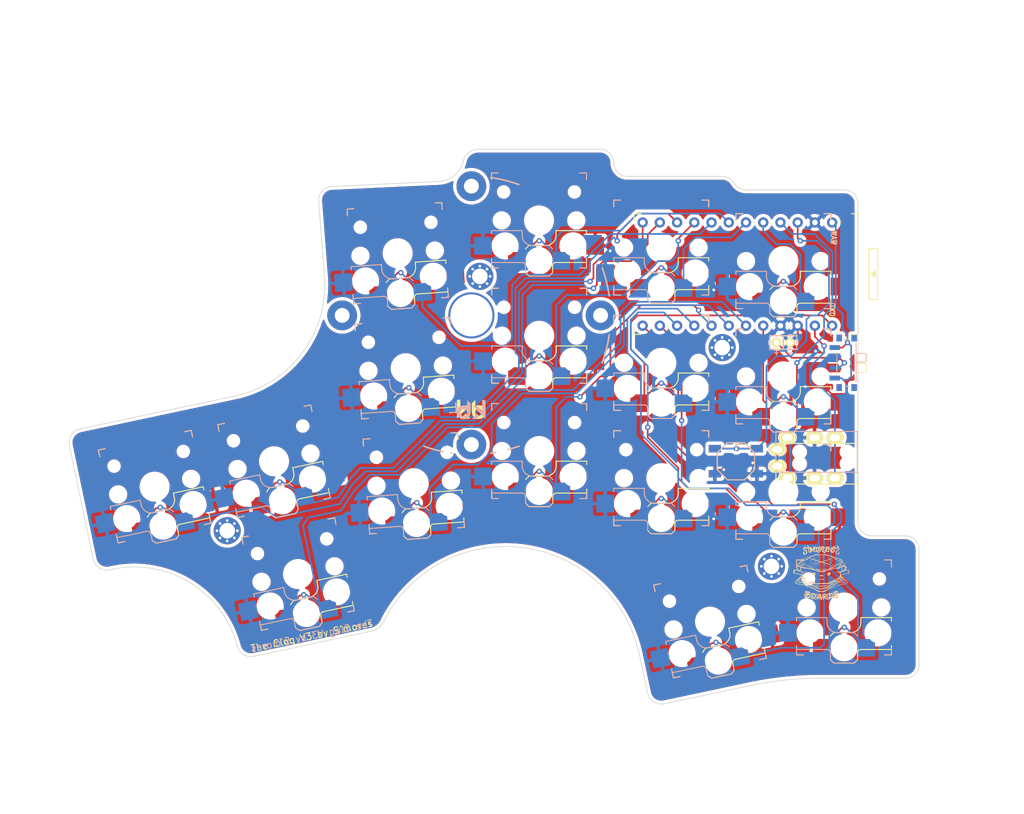
<source format=kicad_pcb>
(kicad_pcb (version 20211014) (generator pcbnew)
  (layers (0 "F.Cu" signal) (31 "B.Cu" signal) (34 "B.Paste" user) (35 "F.Paste" user) (36 "B.SilkS" user "B.Silkscreen") (37 "F.SilkS" user "F.Silkscreen") (38 "B.Mask" user) (39 "F.Mask" user) (44 "Edge.Cuts" user))
  (net 0 "")
  (net 1 "BAT+")
  (net 2 "GND")
  (net 3 "SERIAL")
  (net 4 "K5")
  (net 5 "K10")
  (net 6 "K1")
  (net 7 "K6")
  (net 8 "K11")
  (net 9 "K2")
  (net 10 "K7")
  (net 11 "K12")
  (net 12 "K3")
  (net 13 "K8")
  (net 14 "K13")
  (net 15 "K15")
  (net 16 "K4")
  (net 17 "K9")
  (net 18 "K14")
  (net 19 "K16")
  (net 20 "VCC")
  (net 22 "RESET")
  (net 23 "RAW")
  (net 24 "unconnected-(J0-PadA)")
  (net 26 "K17")
  (footprint "footprints:choc-switch-socket-only" (layer "F.Cu") (at 134.774999 107.000003 4)
    (fp_text reference "SW12" hide)
    (fp_text value "SW_Push" hide)
  )
  (footprint "footprints:choc-switch-socket-only" (layer "F.Cu") (at 153.275 85.25)
    (fp_text reference "SW8" hide)
    (fp_text value "SW_Push" hide)
  )
  (footprint "footprints:m2-hole" (layer "F.Cu") (at 180.25 87)
    (fp_text reference "Ref**" hide)
    (fp_text value "Val**" hide)
  )
  (footprint "footprints:m2-hole" (layer "F.Cu") (at 144.524999 76.500002)
    (fp_text reference "Ref**" hide)
    (fp_text value "Val**" hide)
  )
  (footprint "footprints:m2-hole" (layer "F.Cu") (at 187.524999 119.250002)
    (fp_text reference "Ref**" hide)
    (fp_text value "Val**" hide)
  )
  (footprint "art:smores" (layer "F.Cu") (at 194.5 120.5)
    (fp_text reference "G***" hide)
    (fp_text value "LOGO" hide)
  )
  (footprint "footprints:m2-hole" (layer "F.Cu") (at 107.274999 114.000002)
    (fp_text reference "Ref**" hide)
    (fp_text value "Val**" hide)
  )
  (footprint "footprints:single-pin" (layer "F.Cu") (at 188.274999 86.250002)
    (fp_text reference "+1" hide)
    (fp_text value "MountingHole_Pad" hide)
  )
  (footprint "footprints:power-switch" (layer "F.Cu") (at 198.274999 89.250002 90)
    (fp_text reference "SW19" hide)
    (fp_text value "SW_SPDT" hide)
  )
  (footprint "footprints:choc-switch-socket-only" (layer "F.Cu") (at 153.25 68.25)
    (fp_text reference "SW2" hide)
    (fp_text value "SW_Push" hide)
  )
  (footprint "footprints:pro-micro" (layer "F.Cu") (at 181.986245 76.159548 -90)
    (fp_text reference "U1" hide)
    (fp_text value "ProMicro_r" hide)
  )
  (footprint "footprints:single-pin" (layer "F.Cu") (at 190.274999 86.250002)
    (fp_text reference "-1" hide)
    (fp_text value "MountingHole_Pad" hide)
  )
  (footprint "footprints:choc-switch-socket-only" (layer "F.Cu") (at 171.274998 72.250003)
    (fp_text reference "SW3" hide)
    (fp_text value "SW_Push" hide)
  )
  (footprint "footprints:choc-switch-socket-only" (layer "F.Cu") (at 114.181004 103.760558 12)
    (fp_text reference "SW6" hide)
    (fp_text value "SW_Push" hide)
  )
  (footprint "footprints:choc-switch-socket-only" (layer "F.Cu") (at 133.589137 90.041413 4)
    (fp_text reference "SW7" hide)
    (fp_text value "SW_Push" hide)
  )
  (footprint "footprints:choc-switch-socket-only" (layer "F.Cu") (at 171.274999 106.250002)
    (fp_text reference "SW14" hide)
    (fp_text value "SW_Push" hide)
  )
  (footprint "footprints:choc-switch-socket-only" (layer "F.Cu") (at 132.403277 73.082825 4)
    (fp_text reference "SW1" hide)
    (fp_text value "SW_Push" hide)
  )
  (footprint "footprints:choc-switch-socket-only" (layer "F.Cu") (at 171.275 89.25)
    (fp_text reference "SW9" hide)
    (fp_text value "SW_Push" hide)
  )
  (footprint "footprints:choc-switch-socket-only" (layer "F.Cu") (at 198.211248 125.30955)
    (fp_text reference "SW17" hide)
    (fp_text value "SW_Push" hide)
  )
  (footprint "footprints:choc-switch-socket-only" (layer "F.Cu") (at 153.274997 102.25)
    (fp_text reference "SW13" hide)
    (fp_text value "SW_Push" hide)
  )
  (footprint "footprints:choc-switch-socket-only" (layer "F.Cu") (at 189.274997 108.25)
    (fp_text reference "SW15" hide)
    (fp_text value "SW_Push" hide)
  )
  (footprint "footprints:reset-switch-4pin" (layer "F.Cu") (at 182.274999 103.750002)
    (fp_text reference "SW18" hide)
    (fp_text value "SW_Push" hide)
  )
  (footprint "footprints:choc-switch-socket-only" (layer "F.Cu") (at 96.574352 107.502969 12)
    (fp_text reference "SW5" hide)
    (fp_text value "SW_Push" hide)
  )
  (footprint "footprints:choc-switch-socket-only" (layer "F.Cu") (at 189.274999 74.250002)
    (fp_text reference "SW4" hide)
    (fp_text value "SW_Push" hide)
  )
  (footprint "footprints:tenting-puck" (layer "F.Cu") (at 143.274999 82.250002)
    (fp_text reference "REF**" hide)
    (fp_text value "Tenting Puck" hide)
  )
  (footprint "footprints:trrs" (layer "F.Cu") (at 200.174999 104.125002 -90)
    (fp_text reference "J0" hide)
    (fp_text value "AudioJack4dpb" hide)
  )
  (footprint "footprints:choc-switch-socket-only" (layer "F.Cu") (at 178.461246 127.40955 12)
    (fp_text reference "SW16" hide)
    (fp_text value "SW_Push" hide)
  )
  (footprint "footprints:choc-switch-socket-only" (layer "F.Cu") (at 189.274998 91.250002)
    (fp_text reference "SW10" hide)
    (fp_text value "SW_Push" hide)
  )
  (footprint "footprints:choc-switch-socket-only" (layer "F.Cu") (at 117.715506 120.389069 12)
    (fp_text reference "SW11" hide)
    (fp_text value "SW_Push" hide)
  )
  (footprint "footprints:power-switch" (layer "B.Cu") (at 198.274999 89.250002 -90)
    (fp_text reference "SW20" hide)
    (fp_text value "SW_SPDT" hide)
  )
  (footprint "footprints:reset-switch-4pin" (layer "B.Cu") (at 182.274999 103.750002 180)
    (fp_text reference "SW21" hide)
    (fp_text value "SW_Push" hide)
  )
  (footprint "art:smores" (layer "B.Cu") (at 195.25 120.5 180)
    (fp_text reference "G***" hide)
    (fp_text value "LOGO" hide)
  )
  (gr_arc (start 162.274999 57.750002) (mid 163.689213 58.335788) (end 164.274999 59.750002) (layer "Edge.Cuts") (width 0.1))
  (gr_arc (start 90.024999 119.750001) (mid 88.46434 119.517768) (end 87.525 118.250002) (layer "Edge.Cuts") (width 0.1))
  (gr_line (start 180.274999 61.750002) (end 166.274999 61.750002) (layer "Edge.Cuts") (width 0.1))
  (gr_line (start 122.524999 63.250002) (end 138.5 62.5) (layer "Edge.Cuts") (width 0.1))
  (gr_arc (start 142.024998 59.750002) (mid 140.696838 61.681745) (end 138.5 62.5) (layer "Edge.Cuts") (width 0.1))
  (gr_line (start 209.274999 116.750002) (end 209.274999 133.750002) (layer "Edge.Cuts") (width 0.1))
  (gr_arc (start 130.524999 127.000002) (mid 129.856558 128.081561) (end 128.774999 128.750002) (layer "Edge.Cuts") (width 0.1))
  (gr_line (start 111.274999 132.500002) (end 128.774999 128.750002) (layer "Edge.Cuts") (width 0.1))
  (gr_line (start 207.274999 135.750002) (end 194.25 135.75) (layer "Edge.Cuts") (width 0.1))
  (gr_arc (start 180.274999 61.750002) (mid 181.278853 62.020182) (end 182.011485 62.757724) (layer "Edge.Cuts") (width 0.1))
  (gr_arc (start 198.274999 63.750002) (mid 199.689213 64.335788) (end 200.274999 65.750002) (layer "Edge.Cuts") (width 0.1))
  (gr_line (start 109.024999 94.000002) (end 85.524999 99.000002) (layer "Edge.Cuts") (width 0.1))
  (gr_line (start 200.274999 65.750002) (end 200.274999 112.750002) (layer "Edge.Cuts") (width 0.1))
  (gr_arc (start 183.774999 63.750002) (mid 182.763243 63.484901) (end 182.011485 62.757724) (layer "Edge.Cuts") (width 0.1))
  (gr_line (start 162.274999 57.750002) (end 144.274999 57.750002) (layer "Edge.Cuts") (width 0.1))
  (gr_arc (start 121.649999 76.875002) (mid 118.397375 87.693323) (end 109.024999 94.000002) (layer "Edge.Cuts") (width 0.1))
  (gr_line (start 84.024999 101.500002) (end 87.524999 118.250002) (layer "Edge.Cuts") (width 0.1))
  (gr_line (start 120.774999 65.500002) (end 121.649999 76.875002) (layer "Edge.Cuts") (width 0.1))
  (gr_line (start 184.75 136.75) (end 171.774999 139.500002) (layer "Edge.Cuts") (width 0.1))
  (gr_arc (start 171.774999 139.500001) (mid 170.21434 139.267768) (end 169.275 138.000002) (layer "Edge.Cuts") (width 0.1))
  (gr_arc (start 90.024999 119.750002) (mid 101.673057 121.586572) (end 108.775 131.000002) (layer "Edge.Cuts") (width 0.1))
  (gr_line (start 202.274999 114.750002) (end 207.274999 114.750002) (layer "Edge.Cuts") (width 0.1))
  (gr_arc (start 202.274999 114.750002) (mid 200.860785 114.164216) (end 200.274999 112.750002) (layer "Edge.Cuts") (width 0.1))
  (gr_arc (start 142.024999 59.750002) (mid 142.7698 58.322278) (end 144.274999 57.750002) (layer "Edge.Cuts") (width 0.1))
  (gr_arc (start 209.274999 133.750002) (mid 208.689213 135.164216) (end 207.274999 135.750002) (layer "Edge.Cuts") (width 0.1))
  (gr_arc (start 207.274999 114.750002) (mid 208.689213 115.335788) (end 209.274999 116.750002) (layer "Edge.Cuts") (width 0.1))
  (gr_arc (start 184.75 136.75) (mid 189.476623 136.027915) (end 194.25 135.75) (layer "Edge.Cuts") (width 0.1))
  (gr_arc (start 111.274999 132.500001) (mid 109.71434 132.267768) (end 108.775 131.000002) (layer "Edge.Cuts") (width 0.1))
  (gr_line (start 198.274999 63.750002) (end 183.774999 63.750002) (layer "Edge.Cuts") (width 0.1))
  (gr_arc (start 130.524999 127.000002) (mid 151.168958 116.526814) (end 168.069098 132.345981) (layer "Edge.Cuts") (width 0.1))
  (gr_arc (start 120.774999 65.500002) (mid 121.184009 64.012565) (end 122.524999 63.250002) (layer "Edge.Cuts") (width 0.1))
  (gr_line (start 169.274999 138.000002) (end 168.069098 132.345981) (layer "Edge.Cuts") (width 0.1))
  (gr_arc (start 84.025 101.500002) (mid 84.257232 99.939342) (end 85.524999 99.000002) (layer "Edge.Cuts") (width 0.1))
  (gr_arc (start 166.274999 61.750002) (mid 164.860785 61.164216) (end 164.274999 59.750002) (layer "Edge.Cuts") (width 0.1))
  (gr_text "+" (at 188.25 87.75) (layer "B.SilkS") (effects (font (size 0.75 0.67) (thickness 0.125)) (justify mirror)))
  (gr_text "RAW" (at 196.75 70.75 270) (layer "B.SilkS") (effects (font (size 0.75 0.67) (thickness 0.125)) (justify mirror)))
  (gr_text "The Clog V3 by S'mores" (at 119.75 129.5 12) (layer "B.SilkS") (effects (font (size 1 1)) (justify mirror)))
  (gr_text "-" (at 190.25 87.75) (layer "B.SilkS") (effects (font (size 0.75 0.67) (thickness 0.125)) (justify mirror)))
  (gr_text "-" (at 190.25 87.75) (layer "F.SilkS") (effects (font (size 0.75 0.67) (thickness 0.125))))
  (gr_text "The Clog V3 by S'mores" (at 119.75 129.5 12) (layer "F.SilkS") (effects (font (size 1 1))))
  (gr_text "+" (at 188.25 87.75) (layer "F.SilkS") (effects (font (size 0.75 0.67) (thickness 0.125))))
  (segment (start 197.524999 88.500002) (end 198.274999 89.250002) (width 0.25) (layer "F.Cu") (net 1))
  (segment (start 196.844999 88.500002) (end 197.524999 88.500002) (width 0.25) (layer "F.Cu") (net 1))
  (segment (start 190.524999 88.500002) (end 188.274999 86.250002) (width 0.25) (layer "F.Cu") (net 1))
  (segment (start 196.844999 88.500002) (end 190.524999 88.500002) (width 0.25) (layer "F.Cu") (net 1))
  (via (at 198.274999 89.250002) (size 0.8) (drill 0.4) (layers "F.Cu" "B.Cu") (net 1))
  (segment (start 198.274999 89.250002) (end 197.524999 90.000002) (width 0.25) (layer "B.Cu") (net 1))
  (segment (start 197.524999 90.000002) (end 196.844999 90.000002) (width 0.25) (layer "B.Cu") (net 1))
  (segment (start 191.384245 83.770948) (end 191.384245 84.884245) (width 0.25) (layer "F.Cu") (net 2))
  (segment (start 179.549999 110.000002) (end 179.549999 111.700001) (width 0.25) (layer "F.Cu") (net 2))
  (segment (start 185.374999 105.600002) (end 185.374999 104.624999) (width 0.25) (layer "F.Cu") (net 2))
  (segment (start 195.299996 92.75) (end 197.549998 95.000002) (width 0.25) (layer "F.Cu") (net 2))
  (segment (start 179.549998 77.950002) (end 179 78.5) (width 0.25) (layer "F.Cu") (net 2))
  (segment (start 191.384245 84.884245) (end 194.0248 87.5248) (width 0.25) (layer "F.Cu") (net 2))
  (segment (start 180.5 105) (end 179.775001 105) (width 0.25) (layer "F.Cu") (net 2))
  (segment (start 179.775001 105) (end 179.174999 105.600002) (width 0.25) (layer "F.Cu") (net 2))
  (segment (start 192.5 92.75) (end 195.299996 92.75) (width 0.25) (layer "F.Cu") (net 2))
  (segment (start 163 72) (end 163.75 72.75) (width 0.25) (layer "F.Cu") (net 2))
  (segment (start 185.374999 104.624999) (end 184.75 104) (width 0.25) (layer "F.Cu") (net 2))
  (segment (start 179.549998 76.000003) (end 179.549998 77.950002) (width 0.25) (layer "F.Cu") (net 2))
  (segment (start 161.525 72) (end 163 72) (width 0.25) (layer "F.Cu") (net 2))
  (segment (start 179.549999 111.700001) (end 179 112.25) (width 0.25) (layer "F.Cu") (net 2))
  (via (at 192.5 92.75) (size 0.8) (drill 0.4) (layers "F.Cu" "B.Cu") (net 2))
  (via (at 179 112.25) (size 0.8) (drill 0.4) (layers "F.Cu" "B.Cu") (net 2))
  (via (at 163.75 72.75) (size 0.8) (drill 0.4) (layers "F.Cu" "B.Cu") (net 2))
  (via (at 184.75 104) (size 0.8) (drill 0.4) (layers "F.Cu" "B.Cu") (net 2))
  (via (at 180.5 105) (size 0.8) (drill 0.4) (layers "F.Cu" "B.Cu") (net 2))
  (via (at 179 78.5) (size 0.8) (drill 0.4) (layers "F.Cu" "B.Cu") (net 2))
  (via (at 194.0248 87.5248) (size 0.8) (drill 0.4) (layers "F.Cu" "B.Cu") (net 2))
  (segment (start 179.174999 105.600002) (end 185.374999 105.600002) (width 0.25) (layer "B.Cu") (net 2))
  (segment (start 179.174999 105.600002) (end 179.899998 105.600002) (width 0.25) (layer "B.Cu") (net 2))
  (segment (start 180.500001 78.5) (end 180.999999 78.000002) (width 0.25) (layer "B.Cu") (net 2))
  (segment (start 179 112.25) (end 180.749997 112.25) (width 0.25) (layer "B.Cu") (net 2))
  (segment (start 180.749997 112.25) (end 180.999997 112) (width 0.25) (layer "B.Cu") (net 2))
  (segment (start 162.999998 73.500002) (end 162.999998 76.000003) (width 0.25) (layer "B.Cu") (net 2))
  (segment (start 163.75 72.75) (end 162.999998 73.500002) (width 0.25) (layer "B.Cu") (net 2))
  (segment (start 184.75 104) (end 184.75 104.975003) (width 0.25) (layer "B.Cu") (net 2))
  (segment (start 194.0248 87.5248) (end 192.5 89.0496) (width 0.25) (layer "B.Cu") (net 2))
  (segment (start 179 78.5) (end 180.500001 78.5) (width 0.25) (layer "B.Cu") (net 2))
  (segment (start 192.5 89.0496) (end 192.5 92.75) (width 0.25) (layer "B.Cu") (net 2))
  (segment (start 184.75 104.975003) (end 185.374999 105.600002) (width 0.25) (layer "B.Cu") (net 2))
  (segment (start 179.899998 105.600002) (end 180.5 105) (width 0.25) (layer "B.Cu") (net 2))
  (segment (start 193.924245 85.399248) (end 193.924245 83.770948) (width 0.25) (layer "F.Cu") (net 3))
  (segment (start 195.274999 86.750002) (end 193.924245 85.399248) (width 0.25) (layer "F.Cu") (net 3))
  (via (at 195.274999 86.750002) (size 0.8) (drill 0.4) (layers "F.Cu" "B.Cu") (net 3))
  (segment (start 194.774999 92.750002) (end 193.774999 92.750002) (width 0.25) (layer "B.Cu") (net 3))
  (segment (start 196.874999 94.850002) (end 194.774999 92.750002) (width 0.25) (layer "B.Cu") (net 3))
  (segment (start 193.774999 92.750002) (end 193.274999 92.250002) (width 0.25) (layer "B.Cu") (net 3))
  (segment (start 193.274999 92.250002) (end 193.274999 90.250002) (width 0.25) (layer "B.Cu") (net 3))
  (segment (start 193.274999 89.750002) (end 195.274999 87.750002) (width 0.25) (layer "B.Cu") (net 3))
  (segment (start 193.274999 90.250002) (end 193.274999 89.750002) (width 0.25) (layer "B.Cu") (net 3))
  (segment (start 196.874999 106.225002) (end 196.874999 100.275002) (width 0.25) (layer "B.Cu") (net 3))
  (segment (start 196.874999 100.275002) (end 196.874999 94.850002) (width 0.25) (layer "B.Cu") (net 3))
  (segment (start 195.274999 87.750002) (end 195.274999 86.750002) (width 0.25) (layer "B.Cu") (net 3))
  (segment (start 169.274999 70.340194) (end 171.064245 68.550948) (width 0.25) (layer "F.Cu") (net 4))
  (segment (start 96.755214 110.697427) (end 97.406918 110.558904) (width 0.25) (layer "F.Cu") (net 4))
  (segment (start 161.274999 78.250002) (end 161.774999 77.750002) (width 0.25) (layer "F.Cu") (net 4))
  (segment (start 162.774999 74.250002) (end 166.774999 74.250002) (width 0.25) (layer "F.Cu") (net 4))
  (segment (start 161.774999 77.750002) (end 161.774999 75.250002) (width 0.25) (layer "F.Cu") (net 4))
  (segment (start 166.774999 74.250002) (end 169.274999 71.750002) (width 0.25) (layer "F.Cu") (net 4))
  (segment (start 94.607993 114.003859) (end 96.755214 110.697427) (width 0.25) (layer "F.Cu") (net 4))
  (segment (start 161.774999 75.250002) (end 162.774999 74.250002) (width 0.25) (layer "F.Cu") (net 4))
  (segment (start 169.274999 71.750002) (end 169.274999 70.340194) (width 0.25) (layer "F.Cu") (net 4))
  (via (at 161.274999 78.250002) (size 0.8) (drill 0.4) (layers "F.Cu" "B.Cu") (net 4))
  (via (at 97.406918 110.558904) (size 0.8) (drill 0.4) (layers "F.Cu" "B.Cu") (net 4))
  (segment (start 111.962047 110.31514) (end 114.585912 112.019098) (width 0.25) (layer "B.Cu") (net 4))
  (segment (start 125.803904 107.07879) (end 127.632692 105.250002) (width 0.25) (layer "B.Cu") (net 4))
  (segment (start 101.014861 112.642037) (end 111.962047 110.31514) (width 0.25) (layer "B.Cu") (net 4))
  (segment (start 144.274999 98.250002) (end 147.774999 94.750002) (width 0.25) (layer "B.Cu") (net 4))
  (segment (start 97.708429 110.494815) (end 101.014861 112.642037) (width 0.25) (layer "B.Cu") (net 4))
  (segment (start 151.274999 91.250002) (end 151.274999 87.250002) (width 0.25) (layer "B.Cu") (net 4))
  (segment (start 150.774999 86.750002) (end 150.774999 79.250002) (width 0.25) (layer "B.Cu") (net 4))
  (segment (start 159.774999 77.750002) (end 160.274999 78.250002) (width 0.25) (layer "B.Cu") (net 4))
  (segment (start 152.274999 77.750002) (end 159.774999 77.750002) (width 0.25) (layer "B.Cu") (net 4))
  (segment (start 114.585912 112.019098) (end 123.878315 110.043937) (width 0.25) (layer "B.Cu") (net 4))
  (segment (start 150.774999 79.250002) (end 152.274999 77.750002) (width 0.25) (layer "B.Cu") (net 4))
  (segment (start 127.632692 105.250002) (end 132.274999 105.250002) (width 0.25) (layer "B.Cu") (net 4))
  (segment (start 97.406918 110.558904) (end 97.708429 110.494815) (width 0.25) (layer "B.Cu") (net 4))
  (segment (start 123.878315 110.043937) (end 125.803904 107.07879) (width 0.25) (layer "B.Cu") (net 4))
  (segment (start 160.274999 78.250002) (end 161.274999 78.250002) (width 0.25) (layer "B.Cu") (net 4))
  (segment (start 147.774999 94.750002) (end 151.274999 91.250002) (width 0.25) (layer "B.Cu") (net 4))
  (segment (start 139.274999 98.250002) (end 144.274999 98.250002) (width 0.25) (layer "B.Cu") (net 4))
  (segment (start 151.274999 87.250002) (end 150.774999 86.750002) (width 0.25) (layer "B.Cu") (net 4))
  (segment (start 132.274999 105.250002) (end 139.274999 98.250002) (width 0.25) (layer "B.Cu") (net 4))
  (segment (start 186.774999 96.425001) (end 186.774999 95.250002) (width 0.25) (layer "F.Cu") (net 5))
  (segment (start 186.774999 95.250002) (end 186.304245 94.779248) (width 0.25) (layer "F.Cu") (net 5))
  (segment (start 186.304245 94.779248) (end 186.304245 83.770948) (width 0.25) (layer "F.Cu") (net 5))
  (segment (start 185.999998 97.200002) (end 188.949998 94.250002) (width 0.25) (layer "F.Cu") (net 5))
  (segment (start 185.999998 97.200002) (end 186.774999 96.425001) (width 0.25) (layer "F.Cu") (net 5))
  (segment (start 188.949998 94.250002) (end 189.274999 94.250002) (width 0.25) (layer "F.Cu") (net 5))
  (via (at 189.274999 94.250002) (size 0.8) (drill 0.4) (layers "F.Cu" "B.Cu") (net 5))
  (segment (start 189.274999 94.250002) (end 189.599998 94.250002) (width 0.25) (layer "B.Cu") (net 5))
  (segment (start 189.599998 94.250002) (end 192.549998 97.200002) (width 0.25) (layer "B.Cu") (net 5))
  (segment (start 129.551306 79.246784) (end 132.389312 75.982032) (width 0.25) (layer "F.Cu") (net 6))
  (segment (start 132.389312 75.982032) (end 132.86313 75.948899) (width 0.25) (layer "F.Cu") (net 6))
  (via (at 132.86313 75.948899) (size 0.8) (drill 0.4) (layers "F.Cu" "B.Cu") (net 6))
  (segment (start 148.274999 86.750002) (end 149.274999 85.750002) (width 0.25) (layer "B.Cu") (net 6))
  (segment (start 149.274999 84.750002) (end 149.274999 77.750002) (width 0.25) (layer "B.Cu") (net 6))
  (segment (start 160.274999 75.250002) (end 160.274999 73.750002) (width 0.25) (layer "B.Cu") (net 6))
  (segment (start 176.985191 70.250002) (end 178.684245 68.550948) (width 0.25) (layer "B.Cu") (net 6))
  (segment (start 150.774999 76.250002) (end 159.274999 76.250002) (width 0.25) (layer "B.Cu") (net 6))
  (segment (start 141.774999 86.750002) (end 148.274999 86.750002) (width 0.25) (layer "B.Cu") (net 6))
  (segment (start 136.08535 81.060353) (end 141.774999 86.750002) (width 0.25) (layer "B.Cu") (net 6))
  (segment (start 160.274999 73.750002) (end 163.774999 70.250002) (width 0.25) (layer "B.Cu") (net 6))
  (segment (start 163.774999 70.250002) (end 176.985191 70.250002) (width 0.25) (layer "B.Cu") (net 6))
  (segment (start 149.274999 85.750002) (end 149.274999 84.750002) (width 0.25) (layer "B.Cu") (net 6))
  (segment (start 149.274999 77.750002) (end 150.774999 76.250002) (width 0.25) (layer "B.Cu") (net 6))
  (segment (start 132.86313 75.948899) (end 132.866104 75.99143) (width 0.25) (layer "B.Cu") (net 6))
  (segment (start 136.08535 78.789879) (end 136.08535 81.060353) (width 0.25) (layer "B.Cu") (net 6))
  (segment (start 132.866104 75.99143) (end 136.085351 78.789879) (width 0.25) (layer "B.Cu") (net 6))
  (segment (start 159.274999 76.250002) (end 160.274999 75.250002) (width 0.25) (layer "B.Cu") (net 6))
  (segment (start 161.274999 74.750002) (end 162.274999 73.750002) (width 0.25) (layer "F.Cu") (net 7))
  (segment (start 112.214647 110.261447) (end 114.361867 106.955017) (width 0.25) (layer "F.Cu") (net 7))
  (segment (start 162.274999 73.750002) (end 166.274999 73.750002) (width 0.25) (layer "F.Cu") (net 7))
  (segment (start 160.774999 77.250002) (end 161.274999 76.750002) (width 0.25) (layer "F.Cu") (net 7))
  (segment (start 161.274999 76.750002) (end 161.274999 74.750002) (width 0.25) (layer "F.Cu") (net 7))
  (segment (start 168.524245 71.500756) (end 168.524245 68.550948) (width 0.25) (layer "F.Cu") (net 7))
  (segment (start 114.361867 106.955017) (end 115.013575 106.816492) (width 0.25) (layer "F.Cu") (net 7))
  (segment (start 166.274999 73.750002) (end 168.524245 71.500756) (width 0.25) (layer "F.Cu") (net 7))
  (via (at 115.013575 106.816492) (size 0.8) (drill 0.4) (layers "F.Cu" "B.Cu") (net 7))
  (via (at 160.774999 77.250002) (size 0.8) (drill 0.4) (layers "F.Cu" "B.Cu") (net 7))
  (segment (start 131.774999 104.750002) (end 138.774999 97.750002) (width 0.25) (layer "B.Cu") (net 7))
  (segment (start 120.05932 109.83335) (end 123.670402 109.06579) (width 0.25) (layer "B.Cu") (net 7))
  (segment (start 126.946633 104.750002) (end 131.774999 104.750002) (width 0.25) (layer "B.Cu") (net 7))
  (segment (start 123.670402 109.06579) (end 125.595993 106.100642) (width 0.25) (layer "B.Cu") (net 7))
  (segment (start 150.274999 78.750002) (end 151.774999 77.250002) (width 0.25) (layer "B.Cu") (net 7))
  (segment (start 115.013575 106.816492) (end 115.315084 106.752405) (width 0.25) (layer "B.Cu") (net 7))
  (segment (start 151.774999 77.250002) (end 160.774999 77.250002) (width 0.25) (layer "B.Cu") (net 7))
  (segment (start 125.595993 106.100642) (end 126.946633 104.750002) (width 0.25) (layer "B.Cu") (net 7))
  (segment (start 150.274999 87.250002) (end 150.274999 78.750002) (width 0.25) (layer "B.Cu") (net 7))
  (segment (start 147.774999 93.750002) (end 150.774999 90.750002) (width 0.25) (layer "B.Cu") (net 7))
  (segment (start 115.315084 106.752405) (end 120.05932 109.83335) (width 0.25) (layer "B.Cu") (net 7))
  (segment (start 138.774999 97.750002) (end 143.774999 97.750002) (width 0.25) (layer "B.Cu") (net 7))
  (segment (start 150.774999 87.750002) (end 150.274999 87.250002) (width 0.25) (layer "B.Cu") (net 7))
  (segment (start 150.774999 90.750002) (end 150.774999 87.750002) (width 0.25) (layer "B.Cu") (net 7))
  (segment (start 143.774999 97.750002) (end 147.774999 93.750002) (width 0.25) (layer "B.Cu") (net 7))
  (segment (start 117.896368 123.583526) (end 118.548074 123.445002) (width 0.25) (layer "F.Cu") (net 8))
  (segment (start 115.749147 126.889957) (end 117.896368 123.583526) (width 0.25) (layer "F.Cu") (net 8))
  (via (at 118.548074 123.445002) (size 0.8) (drill 0.4) (layers "F.Cu" "B.Cu") (net 8))
  (segment (start 119.195488 112.061643) (end 124.086225 111.022085) (width 0.25) (layer "B.Cu") (net 8))
  (segment (start 180.243299 80.250002) (end 183.764245 83.770948) (width 0.25) (layer "B.Cu") (net 8))
  (segment (start 158.274999 93.250002) (end 165.274999 86.250002) (width 0.25) (layer "B.Cu") (net 8))
  (segment (start 118.425252 113.247703) (end 119.195488 112.061643) (width 0.25) (layer "B.Cu") (net 8))
  (segment (start 132.774999 105.750002) (end 139.774999 98.750002) (width 0.25) (layer "B.Cu") (net 8))
  (segment (start 165.274999 86.250002) (end 165.274999 81.750002) (width 0.25) (layer "B.Cu") (net 8))
  (segment (start 128.318751 105.750002) (end 132.774999 105.750002) (width 0.25) (layer "B.Cu") (net 8))
  (segment (start 150.274999 93.250002) (end 158.274999 93.250002) (width 0.25) (layer "B.Cu") (net 8))
  (segment (start 165.274999 81.750002) (end 166.774999 80.250002) (width 0.25) (layer "B.Cu") (net 8))
  (segment (start 139.774999 98.750002) (end 144.774999 98.750002) (width 0.25) (layer "B.Cu") (net 8))
  (segment (start 124.086225 111.022085) (end 126.011816 108.056937) (width 0.25) (layer "B.Cu") (net 8))
  (segment (start 118.548074 123.445002) (end 118.849583 123.380914) (width 0.25) (layer "B.Cu") (net 8))
  (segment (start 166.774999 80.250002) (end 180.243299 80.250002) (width 0.25) (layer "B.Cu") (net 8))
  (segment (start 120.856105 124.683964) (end 118.425252 113.247703) (width 0.25) (layer "B.Cu") (net 8))
  (segment (start 126.011816 108.056937) (end 128.318751 105.750002) (width 0.25) (layer "B.Cu") (net 8))
  (segment (start 118.849583 123.380914) (end 120.856105 124.683964) (width 0.25) (layer "B.Cu") (net 8))
  (segment (start 144.774999 98.750002) (end 150.274999 93.250002) (width 0.25) (layer "B.Cu") (net 8))
  (segment (start 149.999997 74.200001) (end 152.949996 71.250002) (width 0.25) (layer "F.Cu") (net 9))
  (segment (start 152.949996 71.250002) (end 153.274999 71.250002) (width 0.25) (layer "F.Cu") (net 9))
  (via (at 153.274999 71.250002) (size 0.8) (drill 0.4) (layers "F.Cu" "B.Cu") (net 9))
  (segment (start 165.274999 69.750002) (end 167.774999 67.250002) (width 0.25) (layer "B.Cu") (net 9))
  (segment (start 153.274999 71.250002) (end 153.599998 71.250002) (width 0.25) (layer "B.Cu") (net 9))
  (segment (start 179.923299 67.250002) (end 181.224245 68.550948) (width 0.25) (layer "B.Cu") (net 9))
  (segment (start 155.774999 73.425003) (end 155.774999 70.750002) (width 0.25) (layer "B.Cu") (net 9))
  (segment (start 156.549997 74.200001) (end 155.774999 73.425003) (width 0.25) (layer "B.Cu") (net 9))
  (segment (start 155.774999 70.750002) (end 156.774999 69.750002) (width 0.25) (layer "B.Cu") (net 9))
  (segment (start 167.774999 67.250002) (end 179.923299 67.250002) (width 0.25) (layer "B.Cu") (net 9))
  (segment (start 153.599998 71.250002) (end 156.549997 74.200001) (width 0.25) (layer "B.Cu") (net 9))
  (segment (start 156.774999 69.750002) (end 165.274999 69.750002) (width 0.25) (layer "B.Cu") (net 9))
  (segment (start 164.774999 70.250002) (end 167.774999 67.250002) (width 0.25) (layer "F.Cu") (net 10))
  (segment (start 133.575171 92.940621) (end 134.04899 92.907488) (width 0.25) (layer "F.Cu") (net 10))
  (segment (start 164.774999 71.250002) (end 164.774999 70.250002) (width 0.25) (layer "F.Cu") (net 10))
  (segment (start 167.774999 67.250002) (end 172.303299 67.250002) (width 0.25) (layer "F.Cu") (net 10))
  (segment (start 130.737166 96.205372) (end 133.575171 92.940621) (width 0.25) (layer "F.Cu") (net 10))
  (segment (start 172.303299 67.250002) (end 173.604245 68.550948) (width 0.25) (layer "F.Cu") (net 10))
  (via (at 134.04899 92.907488) (size 0.8) (drill 0.4) (layers "F.Cu" "B.Cu") (net 10))
  (via (at 164.774999 71.250002) (size 0.8) (drill 0.4) (layers "F.Cu" "B.Cu") (net 10))
  (segment (start 159.774999 76.750002) (end 160.774999 75.750002) (width 0.25) (layer "B.Cu") (net 10))
  (segment (start 149.774999 87.750002) (end 149.774999 78.250002) (width 0.25) (layer "B.Cu") (net 10))
  (segment (start 137.273464 95.748467) (end 138.774999 97.250002) (width 0.25) (layer "B.Cu") (net 10))
  (segment (start 150.274999 90.250002) (end 150.274999 89.250002) (width 0.25) (layer "B.Cu") (net 10))
  (segment (start 137.27121 95.748467) (end 137.273464 95.748467) (width 0.25) (layer "B.Cu") (net 10))
  (segment (start 160.774999 74.250002) (end 164.274999 70.750002) (width 0.25) (layer "B.Cu") (net 10))
  (segment (start 150.274999 89.250002) (end 150.274999 88.250002) (width 0.25) (layer "B.Cu") (net 10))
  (segment (start 164.274999 70.750002) (end 164.774999 71.250002) (width 0.25) (layer "B.Cu") (net 10))
  (segment (start 147.774999 92.750002) (end 150.274999 90.250002) (width 0.25) (layer "B.Cu") (net 10))
  (segment (start 143.274999 97.250002) (end 147.774999 92.750002) (width 0.25) (layer "B.Cu") (net 10))
  (segment (start 134.04899 92.907488) (end 137.268237 95.705937) (width 0.25) (layer "B.Cu") (net 10))
  (segment (start 151.274999 76.750002) (end 159.774999 76.750002) (width 0.25) (layer "B.Cu") (net 10))
  (segment (start 160.774999 75.250002) (end 160.774999 74.250002) (width 0.25) (layer "B.Cu") (net 10))
  (segment (start 160.774999 75.750002) (end 160.774999 75.250002) (width 0.25) (layer "B.Cu") (net 10))
  (segment (start 137.268237 95.705937) (end 137.271211 95.748467) (width 0.25) (layer "B.Cu") (net 10))
  (segment (start 150.274999 88.250002) (end 149.774999 87.750002) (width 0.25) (layer "B.Cu") (net 10))
  (segment (start 149.774999 78.250002) (end 151.274999 76.750002) (width 0.25) (layer "B.Cu") (net 10))
  (segment (start 138.774999 97.250002) (end 143.274999 97.250002) (width 0.25) (layer "B.Cu") (net 10))
  (segment (start 131.923027 113.163961) (end 134.761033 109.899209) (width 0.25) (layer "F.Cu") (net 11))
  (segment (start 134.761033 109.899209) (end 135.23485 109.866077) (width 0.25) (layer "F.Cu") (net 11))
  (via (at 135.23485 109.866077) (size 0.8) (drill 0.4) (layers "F.Cu" "B.Cu") (net 11))
  (segment (start 138.454098 112.664526) (end 138.457072 112.707057) (width 0.25) (layer "B.Cu") (net 11))
  (segment (start 158.774999 93.750002) (end 165.774999 86.750002) (width 0.25) (layer "B.Cu") (net 11))
  (segment (start 144.274999 104.250002) (end 146.274999 102.250002) (width 0.25) (layer "B.Cu") (net 11))
  (segment (start 146.274999 102.250002) (end 146.274999 98.250002) (width 0.25) (layer "B.Cu") (net 11))
  (segment (start 140.571899 104.250002) (end 144.274999 104.250002) (width 0.25) (layer "B.Cu") (net 11))
  (segment (start 135.23485 109.866077) (end 138.454098 112.664526) (width 0.25) (layer "B.Cu") (net 11))
  (segment (start 165.774999 82.250002) (end 167.274999 80.750002) (width 0.25) (layer "B.Cu") (net 11))
  (segment (start 165.774999 86.750002) (end 165.774999 82.250002) (width 0.25) (layer "B.Cu") (net 11))
  (segment (start 138.457072 112.707057) (end 137.372465 111.764222) (width 0.25) (layer "B.Cu") (net 11))
  (segment (start 178.203299 80.750002) (end 181.224245 83.770948) (width 0.25) (layer "B.Cu") (net 11))
  (segment (start 137.090465 107.731436) (end 140.571899 104.250002) (width 0.25) (layer "B.Cu") (net 11))
  (segment (start 150.774999 93.750002) (end 158.774999 93.750002) (width 0.25) (layer "B.Cu") (net 11))
  (segment (start 167.274999 80.750002) (end 178.203299 80.750002) (width 0.25) (layer "B.Cu") (net 11))
  (segment (start 146.274999 98.250002) (end 150.774999 93.750002) (width 0.25) (layer "B.Cu") (net 11))
  (segment (start 137.372465 111.764222) (end 137.090465 107.731436) (width 0.25) (layer "B.Cu") (net 11))
  (segment (start 167.999998 78.200003) (end 170.949999 75.250002) (width 0.25) (layer "F.Cu") (net 12))
  (segment (start 170.949999 75.250002) (end 171.274999 75.250002) (width 0.25) (layer "F.Cu") (net 12))
  (via (at 171.274999 75.250002) (size 0.8) (drill 0.4) (layers "F.Cu" "B.Cu") (net 12))
  (segment (start 171.274999 75.250002) (end 171.599997 75.250002) (width 0.25) (layer "B.Cu") (net 12))
  (segment (start 174.549998 78.200003) (end 174.549998 72.475003) (width 0.25) (layer "B.Cu") (net 12))
  (segment (start 176.274999 70.750002) (end 181.565191 70.750002) (width 0.25) (layer "B.Cu") (net 12))
  (segment (start 171.599997 75.250002) (end 174.549998 78.200003) (width 0.25) (layer "B.Cu") (net 12))
  (segment (start 181.565191 70.750002) (end 183.764245 68.550948) (width 0.25) (layer "B.Cu") (net 12))
  (segment (start 174.549998 72.475003) (end 176.274999 70.750002) (width 0.25) (layer "B.Cu") (net 12))
  (segment (start 173.774999 70.920194) (end 176.144245 68.550948) (width 0.25) (layer "F.Cu") (net 13))
  (segment (start 152.949998 88.250002) (end 153.274999 88.250002) (width 0.25) (layer "F.Cu") (net 13))
  (segment (start 173.774999 71.250002) (end 173.774999 70.920194) (width 0.25) (layer "F.Cu") (net 13))
  (segment (start 150 91.2) (end 152.949998 88.250002) (width 0.25) (layer "F.Cu") (net 13))
  (via (at 153.274999 88.250002) (size 0.8) (drill 0.4) (layers "F.Cu" "B.Cu") (net 13))
  (via (at 173.774999 71.250002) (size 0.8) (drill 0.4) (layers "F.Cu" "B.Cu") (net 13))
  (segment (start 170.774999 74.250002) (end 172.774999 74.250002) (width 0.25) (layer "B.Cu") (net 13))
  (segment (start 153.600002 88.250002) (end 156.55 91.2) (width 0.25) (layer "B.Cu") (net 13))
  (segment (start 155.774999 89.250002) (end 155.774999 80.750002) (width 0.25) (layer "B.Cu") (net 13))
  (segment (start 165.774999 79.250002) (end 170.774999 74.250002) (width 0.25) (layer "B.Cu") (net 13))
  (segment (start 173.774999 73.250002) (end 173.774999 71.250002) (width 0.25) (layer "B.Cu") (net 13))
  (segment (start 172.774999 74.250002) (end 173.774999 73.250002) (width 0.25) (layer "B.Cu") (net 13))
  (segment (start 153.274999 88.250002) (end 153.600002 88.250002) (width 0.25) (layer "B.Cu") (net 13))
  (segment (start 157.274999 79.250002) (end 165.774999 79.250002) (width 0.25) (layer "B.Cu") (net 13))
  (segment (start 155.774999 90.424999) (end 155.774999 89.250002) (width 0.25) (layer "B.Cu") (net 13))
  (segment (start 155.774999 80.750002) (end 157.274999 79.250002) (width 0.25) (layer "B.Cu") (net 13))
  (segment (start 156.55 91.2) (end 155.774999 90.424999) (width 0.25) (layer "B.Cu") (net 13))
  (segment (start 162.299597 91.250002) (end 163.274999 91.250002) (width 0.25) (layer "F.Cu") (net 14))
  (segment (start 176.050499 80.750002) (end 176.774999 81.474502) (width 0.25) (layer "F.Cu") (net 14))
  (segment (start 163.774999 85.250002) (end 168.274999 80.750002) (width 0.25) (layer "F.Cu") (net 14))
  (segment (start 163.274999 91.250002) (end 163.774999 90.750002) (width 0.25) (layer "F.Cu") (net 14))
  (segment (start 159.287298 94.262301) (end 162.299597 91.250002) (width 0.25) (layer "F.Cu") (net 14))
  (segment (start 168.274999 80.750002) (end 176.050499 80.750002) (width 0.25) (layer "F.Cu") (net 14))
  (segment (start 152.949995 105.250002) (end 153.274999 105.250002) (width 0.25) (layer "F.Cu") (net 14))
  (segment (start 149.999997 108.2) (end 152.949995 105.250002) (width 0.25) (layer "F.Cu") (net 14))
  (segment (start 163.774999 90.750002) (end 163.774999 85.250002) (width 0.25) (layer "F.Cu") (net 14))
  (via (at 153.274999 105.250002) (size 0.8) (drill 0.4) (layers "F.Cu" "B.Cu") (net 14))
  (via (at 176.774999 81.474502) (size 0.8) (drill 0.4) (layers "F.Cu" "B.Cu") (net 14))
  (via (at 159.287298 94.262301) (size 0.8) (drill 0.4) (layers "F.Cu" "B.Cu") (net 14))
  (segment (start 157.274999 94.250002) (end 158.274999 94.250002) (width 0.25) (layer "B.Cu") (net 14))
  (segment (start 155.774999 106.250002) (end 155.774999 95.750002) (width 0.25) (layer "B.Cu") (net 14))
  (segment (start 153.274999 105.250002) (end 153.599999 105.250002) (width 0.25) (layer "B.Cu") (net 14))
  (segment (start 153.599999 105.250002) (end 156.549997 108.2) (width 0.25) (layer "B.Cu") (net 14))
  (segment (start 176.774999 81.474502) (end 176.774999 81.861702) (width 0.25) (layer "B.Cu") (net 14))
  (segment (start 156.549997 108.2) (end 155.774999 107.425002) (width 0.25) (layer "B.Cu") (net 14))
  (segment (start 158.274999 94.250002) (end 159.274999 94.250002) (width 0.25) (layer "B.Cu") (net 14))
  (segment (start 176.774999 81.861702) (end 178.684245 83.770948) (width 0.25) (layer "B.Cu") (net 14))
  (segment (start 159.274999 94.250002) (end 159.287298 94.262301) (width 0.25) (layer "B.Cu") (net 14))
  (segment (start 155.774999 107.425002) (end 155.774999 106.250002) (width 0.25) (layer "B.Cu") (net 14))
  (segment (start 155.774999 95.750002) (end 157.274999 94.250002) (width 0.25) (layer "B.Cu") (net 14))
  (segment (start 186.774999 111.250002) (end 185.274999 109.750002) (width 0.25) (layer "F.Cu") (net 15))
  (segment (start 180.774999 107.750002) (end 175.274999 107.750002) (width 0.25) (layer "F.Cu") (net 15))
  (segment (start 173.774999 106.250002) (end 173.774999 104.750002) (width 0.25) (layer "F.Cu") (net 15))
  (segment (start 186.774999 113.424998) (end 186.774999 111.250002) (width 0.25) (layer "F.Cu") (net 15))
  (segment (start 188.949995 111.250002) (end 189.274999 111.250002) (width 0.25) (layer "F.Cu") (net 15))
  (segment (start 185.274999 109.750002) (end 182.774999 109.750002) (width 0.25) (layer "F.Cu") (net 15))
  (segment (start 169.274999 100.250002) (end 169.274999 98.750002) (width 0.25) (layer "F.Cu") (net 15))
  (segment (start 175.274999 107.750002) (end 173.774999 106.250002) (width 0.25) (layer "F.Cu") (net 15))
  (segment (start 182.774999 109.750002) (end 180.774999 107.750002) (width 0.25) (layer "F.Cu") (net 15))
  (segment (start 173.774999 104.750002) (end 169.274999 100.250002) (width 0.25) (layer "F.Cu") (net 15))
  (segment (start 185.999997 114.2) (end 188.949995 111.250002) (width 0.25) (layer "F.Cu") (net 15))
  (segment (start 185.999997 114.2) (end 186.774999 113.424998) (width 0.25) (layer "F.Cu") (net 15))
  (via (at 189.274999 111.250002) (size 0.8) (drill 0.4) (layers "F.Cu" "B.Cu") (net 15))
  (via (at 169.274999 98.750002) (size 0.8) (drill 0.4) (layers "F.Cu" "B.Cu") (net 15))
  (segment (start 166.774999 87.250002) (end 166.774999 82.886398) (width 0.25) (layer "B.Cu") (net 15))
  (segment (start 166.774999 82.886398) (end 167.843197 81.8182) (width 0.25) (layer "B.Cu") (net 15))
  (segment (start 167.843197 81.8182) (end 171.651497 81.8182) (width 0.25) (layer "B.Cu") (net 15))
  (segment (start 169.274999 98.750002) (end 169.274999 89.750002) (width 0.25) (layer "B.Cu") (net 15))
  (segment (start 189.599999 111.250002) (end 192.549997 114.2) (width 0.25) (layer "B.Cu") (net 15))
  (segment (start 169.274999 89.750002) (end 166.774999 87.250002) (width 0.25) (layer "B.Cu") (net 15))
  (segment (start 171.651497 81.8182) (end 173.604245 83.770948) (width 0.25) (layer "B.Cu") (net 15))
  (segment (start 189.274999 111.250002) (end 189.599999 111.250002) (width 0.25) (layer "B.Cu") (net 15))
  (segment (start 185.999999 80.200002) (end 188.949999 77.250002) (width 0.25) (layer "F.Cu") (net 16))
  (segment (start 188.949999 77.250002) (end 189.274999 77.250002) (width 0.25) (layer "F.Cu") (net 16))
  (via (at 189.274999 77.250002) (size 0.8) (drill 0.4) (layers "F.Cu" "B.Cu") (net 16))
  (segment (start 191.774999 73.250002) (end 190.274999 71.750002) (width 0.25) (layer "B.Cu") (net 16))
  (segment (start 190.274999 71.750002) (end 188.274999 71.750002) (width 0.25) (layer "B.Cu") (net 16))
  (segment (start 191.774999 79.425002) (end 191.774999 73.250002) (width 0.25) (layer "B.Cu") (net 16))
  (segment (start 189.274999 77.250002) (end 189.599999 77.250002) (width 0.25) (layer "B.Cu") (net 16))
  (segment (start 189.599999 77.250002) (end 192.549999 80.200002) (width 0.25) (layer "B.Cu") (net 16))
  (segment (start 188.274999 71.750002) (end 186.304245 69.779248) (width 0.25) (layer "B.Cu") (net 16))
  (segment (start 192.549999 80.200002) (end 191.774999 79.425002) (width 0.25) (layer "B.Cu") (net 16))
  (segment (start 186.304245 69.779248) (end 186.304245 68.550948) (width 0.25) (layer "B.Cu") (net 16))
  (segment (start 168 95.2) (end 168.774999 94.425001) (width 0.25) (layer "F.Cu") (net 17))
  (segment (start 168 95.2) (end 170.949998 92.250002) (width 0.25) (layer "F.Cu") (net 17))
  (segment (start 166.774999 87.250002) (end 168.774999 89.250002) (width 0.25) (layer "F.Cu") (net 17))
  (segment (start 168.774999 94.425001) (end 168.774999 89.250002) (width 0.25) (layer "F.Cu") (net 17))
  (segment (start 194.943299 82.250002) (end 196.464245 83.770948) (width 0.25) (layer "F.Cu") (net 17))
  (segment (start 170.949998 92.250002) (end 171.274999 92.250002) (width 0.25) (layer "F.Cu") (net 17))
  (segment (start 166.774999 83.250002) (end 167.774999 82.250002) (width 0.25) (layer "F.Cu") (net 17))
  (segment (start 167.774999 82.250002) (end 194.943299 82.250002) (width 0.25) (layer "F.Cu") (net 17))
  (segment (start 166.774999 83.250002) (end 166.774999 87.250002) (width 0.25) (layer "F.Cu") (net 17))
  (via (at 171.274999 92.250002) (size 0.8) (drill 0.4) (layers "F.Cu" "B.Cu") (net 17))
  (segment (start 171.274999 92.250002) (end 171.600002 92.250002) (width 0.25) (layer "B.Cu") (net 17))
  (segment (start 171.600002 92.250002) (end 174.55 95.2) (width 0.25) (layer "B.Cu") (net 17))
  (segment (start 167.999999 112.200002) (end 170.949999 109.250002) (width 0.25) (layer "F.Cu") (net 18))
  (segment (start 170.949999 109.250002) (end 171.274999 109.250002) (width 0.25) (layer "F.Cu") (net 18))
  (via (at 171.274999 109.250002) (size 0.8) (drill 0.4) (layers "F.Cu" "B.Cu") (net 18))
  (segment (start 171.599999 109.250002) (end 174.549999 112.200002) (width 0.25) (layer "B.Cu") (net 18))
  (segment (start 171.274999 109.250002) (end 171.599999 109.250002) (width 0.25) (layer "B.Cu") (net 18))
  (segment (start 166.274999 82.750002) (end 167.774999 81.250002) (width 0.25) (layer "B.Cu") (net 18))
  (segment (start 173.774999 111.425002) (end 173.774999 105.250002) (width 0.25) (layer "B.Cu") (net 18))
  (segment (start 166.274999 87.750002) (end 166.274999 82.750002) (width 0.25) (layer "B.Cu") (net 18))
  (segment (start 173.774999 105.250002) (end 168.274999 99.750002) (width 0.25) (layer "B.Cu") (net 18))
  (segment (start 167.774999 81.250002) (end 173.623299 81.250002) (width 0.25) (layer "B.Cu") (net 18))
  (segment (start 168.274999 89.750002) (end 166.274999 87.750002) (width 0.25) (layer "B.Cu") (net 18))
  (segment (start 168.274999 99.750002) (end 168.274999 89.750002) (width 0.25) (layer "B.Cu") (net 18))
  (segment (start 173.623299 81.250002) (end 176.144245 83.770948) (width 0.25) (layer "B.Cu") (net 18))
  (segment (start 174.549999 112.200002) (end 173.774999 111.425002) (width 0.25) (layer "B.Cu") (net 18))
  (segment (start 174.274999 97.750002) (end 174.274999 86.981702) (width 0.25) (layer "F.Cu") (net 19))
  (segment (start 176.494887 133.910438) (end 178.639656 130.607783) (width 0.25) (layer "F.Cu") (net 19))
  (segment (start 178.639656 130.607783) (end 179.334912 130.460003) (width 0.25) (layer "F.Cu") (net 19))
  (segment (start 174.274999 86.981702) (end 171.064245 83.770948) (width 0.25) (layer "F.Cu") (net 19))
  (via (at 174.274999 97.750002) (size 0.8) (drill 0.4) (layers "F.Cu" "B.Cu") (net 19))
  (via (at 179.334912 130.460003) (size 0.8) (drill 0.4) (layers "F.Cu" "B.Cu") (net 19))
  (segment (start 183.774999 110.250002) (end 181.274999 107.750002) (width 0.25) (layer "B.Cu") (net 19))
  (segment (start 175.274999 107.750002) (end 174.274999 106.750002) (width 0.25) (layer "B.Cu") (net 19))
  (segment (start 188.274999 110.250002) (end 183.774999 110.250002) (width 0.25) (layer "B.Cu") (net 19))
  (segment (start 179.599099 130.403847) (end 182.901754 132.548616) (width 0.25) (layer "B.Cu") (net 19))
  (segment (start 195.274999 130.750002) (end 195.274999 114.250002) (width 0.25) (layer "B.Cu") (net 19))
  (segment (start 195.774999 110.250002) (end 188.274999 110.250002) (width 0.25) (layer "B.Cu") (net 19))
  (segment (start 174.274999 106.750002) (end 174.274999 105.250002) (width 0.25) (layer "B.Cu") (net 19))
  (segment (start 195.274999 114.250002) (end 196.774999 112.750002) (width 0.25) (layer "B.Cu") (net 19))
  (segment (start 179.334912 130.460003) (end 179.599099 130.403847) (width 0.25) (layer "B.Cu") (net 19))
  (segment (start 196.774999 111.250002) (end 195.774999 110.250002) (width 0.25) (layer "B.Cu") (net 19))
  (segment (start 194.771655 131.253346) (end 195.274999 130.750002) (width 0.25) (layer "B.Cu") (net 19))
  (segment (start 181.274999 107.750002) (end 175.774999 107.750002) (width 0.25) (layer "B.Cu") (net 19))
  (segment (start 196.774999 112.750002) (end 196.774999 111.250002) (width 0.25) (layer "B.Cu") (net 19))
  (segment (start 188.995527 131.253346) (end 194.771655 131.253346) (width 0.25) (layer "B.Cu") (net 19))
  (segment (start 182.901754 132.548616) (end 188.995527 131.253346) (width 0.25) (layer "B.Cu") (net 19))
  (segment (start 175.774999 107.750002) (end 175.274999 107.750002) (width 0.25) (layer "B.Cu") (net 19))
  (segment (start 174.274999 105.250002) (end 174.274999 97.750002) (width 0.25) (layer "B.Cu") (net 19))
  (segment (start 189.874999 100.275002) (end 189.874999 99.875002) (width 0.25) (layer "F.Cu") (net 20))
  (segment (start 189.874999 99.875002) (end 191.274999 98.475002) (width 0.25) (layer "F.Cu") (net 20))
  (segment (start 191.274999 98.475002) (end 191.274999 89.250002) (width 0.25) (layer "F.Cu") (net 20))
  (via (at 191.274999 89.250002) (size 0.8) (drill 0.4) (layers "F.Cu" "B.Cu") (net 20))
  (segment (start 195.274999 85.250002) (end 195.274999 82.250002) (width 0.25) (layer "B.Cu") (net 20))
  (segment (start 189.874999 106.225002) (end 190.274999 105.825002) (width 0.25) (layer "B.Cu") (net 20))
  (segment (start 191.274999 89.250002) (end 195.274999 85.250002) (width 0.25) (layer "B.Cu") (net 20))
  (segment (start 196.5 81.025001) (end 196.5 78.25) (width 0.25) (layer "B.Cu") (net 20))
  (segment (start 190.274999 105.825002) (end 190.274999 100.675002) (width 0.25) (layer "B.Cu") (net 20))
  (segment (start 195.274999 82.250002) (end 196.5 81.025001) (width 0.25) (layer "B.Cu") (net 20))
  (segment (start 196.5 78.25) (end 196.5 72.863604) (width 0.25) (layer "B.Cu") (net 20))
  (segment (start 193.886398 70.250002) (end 190.543299 70.250002) (width 0.25) (layer "B.Cu") (net 20))
  (segment (start 196.5 72.863604) (end 193.886398 70.250002) (width 0.25) (layer "B.Cu") (net 20))
  (segment (start 190.274999 100.675002) (end 189.874999 100.275002) (width 0.25) (layer "B.Cu") (net 20))
  (segment (start 190.543299 70.250002) (end 188.844245 68.550948) (width 0.25) (layer "B.Cu") (net 20))
  (segment (start 179.174999 101.900002) (end 185.374999 101.900002) (width 0.25) (layer "F.Cu") (net 22))
  (segment (start 191.384245 70.859248) (end 191.384245 68.550948) (width 0.25) (layer "F.Cu") (net 22))
  (segment (start 191.774999 71.250002) (end 191.384245 70.859248) (width 0.25) (layer "F.Cu") (net 22))
  (via (at 182.349998 101.900002) (size 0.8) (drill 0.4) (layers "F.Cu" "B.Cu") (net 22))
  (via (at 191.774999 71.250002) (size 0.8) (drill 0.4) (layers "F.Cu" "B.Cu") (net 22))
  (segment (start 196 73) (end 194.250002 71.250002) (width 0.25) (layer "B.Cu") (net 22))
  (segment (start 185.374999 101.900002) (end 186.774999 100.500002) (width 0.25) (layer "B.Cu") (net 22))
  (segment (start 192.674999 83.150002) (end 192.674999 82.850002) (width 0.25) (layer "B.Cu") (net 22))
  (segment (start 190.400281 88.250002) (end 191.33764 87.312643) (width 0.25) (layer "B.Cu") (net 22))
  (segment (start 192.674999 83.150002) (end 192.674999 83.050002) (width 0.25) (layer "B.Cu") (net 22))
  (segment (start 188.274999 88.250002) (end 190.400281 88.250002) (width 0.25) (layer "B.Cu") (net 22))
  (segment (start 192.674999 82.850002) (end 193.274999 82.250002) (width 0.25) (layer "B.Cu") (net 22))
  (segment (start 186.774999 100.500002) (end 186.774999 91.750002) (width 0.25) (layer "B.Cu") (net 22))
  (segment (start 194.274999 82.250002) (end 196 80.525001) (width 0.25) (layer "B.Cu") (net 22))
  (segment (start 192.674999 85.975284) (end 192.674999 83.150002) (width 0.25) (layer "B.Cu") (net 22))
  (segment (start 196 80.525001) (end 196 73) (width 0.25) (layer "B.Cu") (net 22))
  (segment (start 185.374999 101.900002) (end 179.174999 101.900002) (width 0.25) (layer "B.Cu") (net 22))
  (segment (start 186.774999 91.750002) (end 186.774999 89.750002) (width 0.25) (layer "B.Cu") (net 22))
  (segment (start 186.774999 89.750002) (end 188.274999 88.250002) (width 0.25) (layer "B.Cu") (net 22))
  (segment (start 194.250002 71.250002) (end 191.774999 71.250002) (width 0.25) (layer "B.Cu") (net 22))
  (segment (start 191.33764 87.312643) (end 192.674999 85.975284) (width 0.25) (layer "B.Cu") (net 22))
  (segment (start 193.274999 82.250002) (end 194.274999 82.250002) (width 0.25) (layer "B.Cu") (net 22))
  (segment (start 197.991413 87.000002) (end 198.728155 86.26326) (width 0.25) (layer "F.Cu") (net 23))
  (segment (start 196.844999 87.000002) (end 197.991413 87.000002) (width 0.25) (layer "F.Cu") (net 23))
  (via (at 198.728155 86.26326) (size 0.8) (drill 0.4) (layers "F.Cu" "B.Cu") (net 23))
  (segment (start 198 82) (end 197 81) (width 0.25) (layer "B.Cu") (net 23))
  (segment (start 197.844999 91.500002) (end 198.094999 91.750002) (width 0.25) (layer "B.Cu") (net 23))
  (segment (start 196.844999 91.500002) (end 197.844999 91.500002) (width 0.25) (layer "B.Cu") (net 23))
  (segment (start 198.728155 84.978155) (end 198 84.25) (width 0.25) (layer "B.Cu") (net 23))
  (segment (start 199.274999 86.750002) (end 198.774999 86.250002) (width 0.25) (layer "B.Cu") (net 23))
  (segment (start 198 84.25) (end 198 82) (width 0.25) (layer "B.Cu") (net 23))
  (segment (start 197 81) (end 197 69.086703) (width 0.25) (layer "B.Cu") (net 23))
  (segment (start 198.094999 91.750002) (end 198.774999 91.750002) (width 0.25) (layer "B.Cu") (net 23))
  (segment (start 199.274999 91.250002) (end 199.274999 86.750002) (width 0.25) (layer "B.Cu") (net 23))
  (segment (start 197 69.086703) (end 196.464245 68.550948) (width 0.25) (layer "B.Cu") (net 23))
  (segment (start 198.728155 86.26326) (end 198.728155 84.978155) (width 0.25) (layer "B.Cu") (net 23))
  (segment (start 198.774999 91.750002) (end 199.274999 91.250002) (width 0.25) (layer "B.Cu") (net 23))
  (segment (start 188.374999 102.025002) (end 188.374999 104.475002) (width 0.25) (layer "F.Cu") (net 24))
  (segment (start 175.75 103.725003) (end 172.774999 100.750002) (width 0.25) (layer "F.Cu") (net 26))
  (segment (start 187.774999 110.250002) (end 181.774999 104.250002) (width 0.25) (layer "F.Cu") (net 26))
  (segment (start 191.424503 110.100498) (end 191.274999 110.250002) (width 0.25) (layer "F.Cu") (net 26))
  (segment (start 176.250002 104.250002) (end 175.75 103.75) (width 0.25) (layer "F.Cu") (net 26))
  (segment (start 175.75 103.75) (end 175.75 103.725003) (width 0.25) (layer "F.Cu") (net 26))
  (segment (start 171.274999 85.750002) (end 170.503299 85.750002) (width 0.25) (layer "F.Cu") (net 26))
  (segment (start 173.774999 96.250002) (end 173.774999 88.250002) (width 0.25) (layer "F.Cu") (net 26))
  (segment (start 172.774999 97.250002) (end 173.774999 96.250002) (width 0.25) (layer "F.Cu") (net 26))
  (segment (start 191.274999 110.250002) (end 187.774999 110.250002) (width 0.25) (layer "F.Cu") (net 26))
  (segment (start 170.503299 85.750002) (end 168.524245 83.770948) (width 0.25) (layer "F.Cu") (net 26))
  (segment (start 173.774999 88.250002) (end 171.274999 85.750002) (width 0.25) (layer "F.Cu") (net 26))
  (segment (start 172.774999 100.750002) (end 172.774999 97.250002) (width 0.25) (layer "F.Cu") (net 26))
  (segment (start 196.774999 110.100498) (end 191.424503 110.100498) (width 0.25) (layer "F.Cu") (net 26))
  (segment (start 194.936248 131.25955) (end 197.945796 128.250002) (width 0.25) (layer "F.Cu") (net 26))
  (segment (start 197.945796 128.250002) (end 198.274999 128.250002) (width 0.25) (layer "F.Cu") (net 26))
  (segment (start 181.774999 104.250002) (end 176.250002 104.250002) (width 0.25) (layer "F.Cu") (net 26))
  (via (at 196.774999 110.100498) (size 0.8) (drill 0.4) (layers "F.Cu" "B.Cu") (net 26))
  (via (at 198.274999 128.250002) (size 0.8) (drill 0.4) (layers "F.Cu" "B.Cu") (net 26))
  (segment (start 197.774999 111.250002) (end 196.774999 110.250002) (width 0.25) (layer "B.Cu") (net 26))
  (segment (start 196.774999 113.750002) (end 197.774999 112.750002) (width 0.25) (layer "B.Cu") (net 26))
  (segment (start 200.274999 130.048301) (end 200.274999 128.750002) (width 0.25) (layer "B.Cu") (net 26))
  (segment (start 197.774999 112.750002) (end 197.774999 111.750002) (width 0.25) (layer "B.Cu") (net 26))
  (segment (start 198.274999 128.250002) (end 198.4767 128.250002) (width 0.25) (layer "B.Cu") (net 26))
  (segment (start 201.486248 131.25955) (end 200.274999 130.048301) (width 0.25) (layer "B.Cu") (net 26))
  (segment (start 196.274999 114.250002) (end 196.774999 113.750002) (width 0.25) (layer "B.Cu") (net 26))
  (segment (start 196.774999 110.250002) (end 196.774999 110.100498) (width 0.25) (layer "B.Cu") (net 26))
  (segment (start 197.774999 111.750002) (end 197.774999 111.250002) (width 0.25) (layer "B.Cu") (net 26))
  (segment (start 200.274999 128.750002) (end 200.274999 123.750002) (width 0.25) (layer "B.Cu") (net 26))
  (segment (start 196.274999 119.750002) (end 196.274999 114.250002) (width 0.25) (layer "B.Cu") (net 26))
  (segment (start 200.274999 123.750002) (end 196.274999 119.750002) (width 0.25) (layer "B.Cu") (net 26))
  (segment (start 198.4767 128.250002) (end 201.486248 131.25955) (width 0.25) (layer "B.Cu") (net 26))
  (zone (net 2) (net_name "GND") (layers F&B.Cu) (connect_pads (clearance 0.508)) (min_thickness 0.254) (fill yes (thermal_gap 0.508) (thermal_bridge_width 0.508) (island_removal_mode 2) (island_area_min 1))
    (polygon (pts (xy 224.774999 155.750002) (xy 73.774999 155.750002) (xy 73.774999 35.750002) (xy 223.774999 35.750002)))
  )
)
</source>
